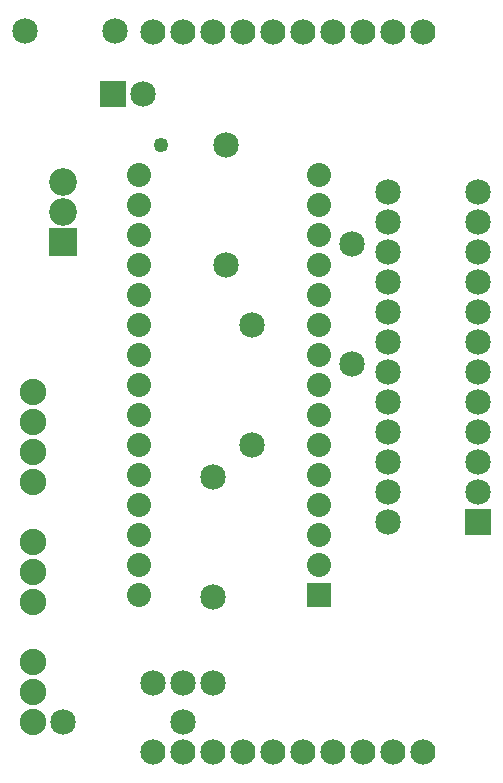
<source format=gbs>
G04 MADE WITH FRITZING*
G04 WWW.FRITZING.ORG*
G04 DOUBLE SIDED*
G04 HOLES PLATED*
G04 CONTOUR ON CENTER OF CONTOUR VECTOR*
%ASAXBY*%
%FSLAX23Y23*%
%MOIN*%
%OFA0B0*%
%SFA1.0B1.0*%
%ADD10C,0.085000*%
%ADD11C,0.084000*%
%ADD12C,0.080000*%
%ADD13C,0.092000*%
%ADD14C,0.088000*%
%ADD15C,0.049370*%
%ADD16R,0.079972X0.080000*%
%ADD17R,0.085000X0.085000*%
%ADD18R,0.092000X0.092000*%
%LNMASK0*%
G90*
G70*
G54D10*
X1193Y1870D03*
X1193Y1470D03*
G54D11*
X930Y2579D03*
X1030Y2579D03*
X1130Y2579D03*
X1230Y2579D03*
X1330Y2579D03*
X1430Y2579D03*
X530Y2579D03*
X630Y2579D03*
X730Y2579D03*
X830Y2579D03*
X930Y2579D03*
X1030Y2579D03*
G54D12*
X1083Y702D03*
X1083Y802D03*
X1083Y902D03*
X1083Y1002D03*
X1083Y1102D03*
X1083Y1202D03*
X1083Y1302D03*
X1083Y1402D03*
X1083Y1502D03*
X1083Y1602D03*
X1083Y1702D03*
X1083Y1802D03*
X1083Y1902D03*
X1083Y2002D03*
X1083Y2102D03*
X483Y702D03*
X483Y802D03*
X483Y902D03*
X483Y1002D03*
X483Y1102D03*
X483Y1202D03*
X483Y1302D03*
X483Y1402D03*
X483Y1502D03*
X483Y1602D03*
X483Y1702D03*
X483Y1802D03*
X483Y1902D03*
X483Y2002D03*
X483Y2102D03*
G54D11*
X530Y179D03*
X630Y179D03*
X730Y179D03*
X830Y179D03*
X930Y179D03*
X1030Y179D03*
X930Y179D03*
X1030Y179D03*
X1130Y179D03*
X1230Y179D03*
X1330Y179D03*
X1430Y179D03*
G54D10*
X1613Y944D03*
X1313Y944D03*
X1613Y1044D03*
X1313Y1044D03*
X1613Y1144D03*
X1313Y1144D03*
X1613Y1244D03*
X1313Y1244D03*
X1613Y1344D03*
X1313Y1344D03*
X1613Y1444D03*
X1313Y1444D03*
X1613Y1544D03*
X1313Y1544D03*
X1613Y1644D03*
X1313Y1644D03*
X1613Y1744D03*
X1313Y1744D03*
X1613Y1844D03*
X1313Y1844D03*
X1613Y1944D03*
X1313Y1944D03*
X1613Y2044D03*
X1313Y2044D03*
G54D13*
X230Y1879D03*
X230Y1979D03*
X230Y2079D03*
G54D10*
X730Y409D03*
X630Y409D03*
X530Y409D03*
G54D14*
X130Y379D03*
X130Y279D03*
X130Y479D03*
X130Y379D03*
G54D10*
X230Y279D03*
X630Y279D03*
X395Y2373D03*
X495Y2373D03*
X731Y695D03*
X731Y1095D03*
G54D14*
X130Y879D03*
X130Y779D03*
X130Y1179D03*
X130Y1079D03*
X130Y1379D03*
X130Y1279D03*
X130Y779D03*
X130Y679D03*
G54D10*
X860Y1202D03*
X860Y1602D03*
X102Y2580D03*
X402Y2580D03*
X774Y1802D03*
X774Y2202D03*
G54D15*
X556Y2201D03*
G54D16*
X1083Y702D03*
G54D17*
X1613Y944D03*
G54D18*
X230Y1879D03*
G54D17*
X395Y2373D03*
G04 End of Mask0*
M02*
</source>
